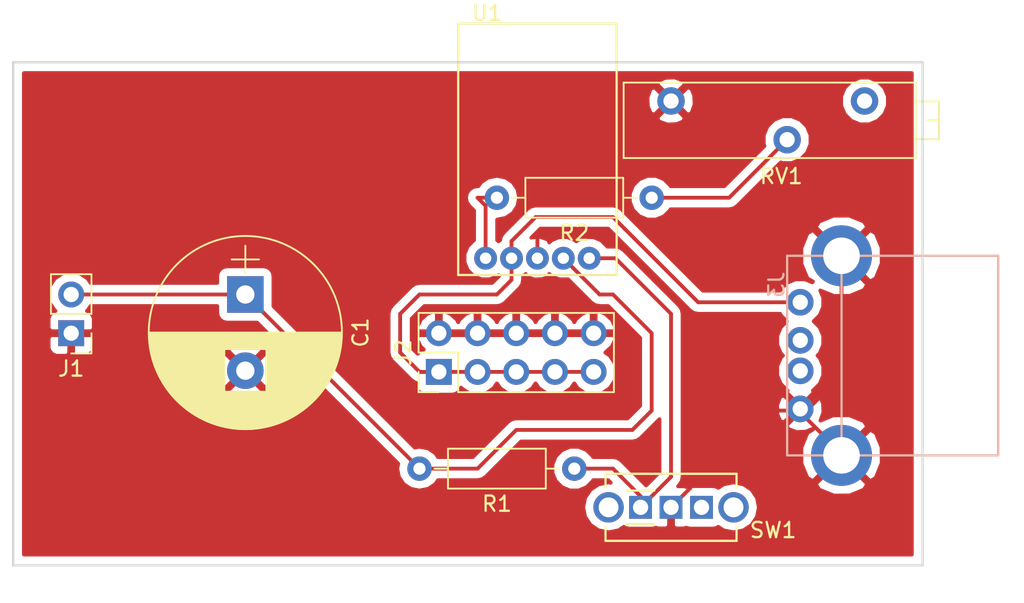
<source format=kicad_pcb>
(kicad_pcb (version 4) (host pcbnew 4.0.7)

  (general
    (links 25)
    (no_connects 0)
    (area 1.602381 167.235 69.115 207.135001)
    (thickness 1.6)
    (drawings 4)
    (tracks 63)
    (zones 0)
    (modules 9)
    (nets 10)
  )

  (page A4)
  (layers
    (0 F.Cu signal)
    (31 B.Cu signal)
    (32 B.Adhes user)
    (33 F.Adhes user)
    (34 B.Paste user)
    (35 F.Paste user)
    (36 B.SilkS user)
    (37 F.SilkS user)
    (38 B.Mask user)
    (39 F.Mask user)
    (40 Dwgs.User user)
    (41 Cmts.User user)
    (42 Eco1.User user)
    (43 Eco2.User user)
    (44 Edge.Cuts user)
    (45 Margin user)
    (46 B.CrtYd user)
    (47 F.CrtYd user)
    (48 B.Fab user)
    (49 F.Fab user)
  )

  (setup
    (last_trace_width 0.25)
    (trace_clearance 0.2)
    (zone_clearance 0.508)
    (zone_45_only no)
    (trace_min 0.2)
    (segment_width 0.2)
    (edge_width 0.15)
    (via_size 0.6)
    (via_drill 0.4)
    (via_min_size 0.4)
    (via_min_drill 0.3)
    (uvia_size 0.3)
    (uvia_drill 0.1)
    (uvias_allowed no)
    (uvia_min_size 0.2)
    (uvia_min_drill 0.1)
    (pcb_text_width 0.3)
    (pcb_text_size 1.5 1.5)
    (mod_edge_width 0.15)
    (mod_text_size 1 1)
    (mod_text_width 0.15)
    (pad_size 1.524 1.524)
    (pad_drill 0.762)
    (pad_to_mask_clearance 0.2)
    (aux_axis_origin 0 0)
    (visible_elements FFFFFF7F)
    (pcbplotparams
      (layerselection 0x00030_80000001)
      (usegerberextensions false)
      (excludeedgelayer true)
      (linewidth 0.100000)
      (plotframeref false)
      (viasonmask false)
      (mode 1)
      (useauxorigin false)
      (hpglpennumber 1)
      (hpglpenspeed 20)
      (hpglpendiameter 15)
      (hpglpenoverlay 2)
      (psnegative false)
      (psa4output false)
      (plotreference true)
      (plotvalue true)
      (plotinvisibletext false)
      (padsonsilk false)
      (subtractmaskfromsilk false)
      (outputformat 1)
      (mirror false)
      (drillshape 1)
      (scaleselection 1)
      (outputdirectory ""))
  )

  (net 0 "")
  (net 1 "Net-(C1-Pad1)")
  (net 2 "Net-(C1-Pad2)")
  (net 3 "Net-(J2-Pad1)")
  (net 4 "Net-(J3-Pad2)")
  (net 5 "Net-(J3-Pad3)")
  (net 6 "Net-(R1-Pad1)")
  (net 7 "Net-(R2-Pad1)")
  (net 8 "Net-(R2-Pad2)")
  (net 9 "Net-(RV1-Pad3)")

  (net_class Default "This is the default net class."
    (clearance 0.2)
    (trace_width 0.25)
    (via_dia 0.6)
    (via_drill 0.4)
    (uvia_dia 0.3)
    (uvia_drill 0.1)
    (add_net "Net-(C1-Pad1)")
    (add_net "Net-(C1-Pad2)")
    (add_net "Net-(J2-Pad1)")
    (add_net "Net-(J3-Pad2)")
    (add_net "Net-(J3-Pad3)")
    (add_net "Net-(R1-Pad1)")
    (add_net "Net-(R2-Pad1)")
    (add_net "Net-(R2-Pad2)")
    (add_net "Net-(RV1-Pad3)")
  )

  (module Resistors_THT:R_Axial_DIN0207_L6.3mm_D2.5mm_P10.16mm_Horizontal (layer F.Cu) (tedit 5874F706) (tstamp 5A9DCB5A)
    (at 44.45 180.34 180)
    (descr "Resistor, Axial_DIN0207 series, Axial, Horizontal, pin pitch=10.16mm, 0.25W = 1/4W, length*diameter=6.3*2.5mm^2, http://cdn-reichelt.de/documents/datenblatt/B400/1_4W%23YAG.pdf")
    (tags "Resistor Axial_DIN0207 series Axial Horizontal pin pitch 10.16mm 0.25W = 1/4W length 6.3mm diameter 2.5mm")
    (path /5A9DC907)
    (fp_text reference R2 (at 5.08 -2.31 180) (layer F.SilkS)
      (effects (font (size 1 1) (thickness 0.15)))
    )
    (fp_text value 240 (at 5.08 2.31 180) (layer F.Fab)
      (effects (font (size 1 1) (thickness 0.15)))
    )
    (fp_line (start 1.93 -1.25) (end 1.93 1.25) (layer F.Fab) (width 0.1))
    (fp_line (start 1.93 1.25) (end 8.23 1.25) (layer F.Fab) (width 0.1))
    (fp_line (start 8.23 1.25) (end 8.23 -1.25) (layer F.Fab) (width 0.1))
    (fp_line (start 8.23 -1.25) (end 1.93 -1.25) (layer F.Fab) (width 0.1))
    (fp_line (start 0 0) (end 1.93 0) (layer F.Fab) (width 0.1))
    (fp_line (start 10.16 0) (end 8.23 0) (layer F.Fab) (width 0.1))
    (fp_line (start 1.87 -1.31) (end 1.87 1.31) (layer F.SilkS) (width 0.12))
    (fp_line (start 1.87 1.31) (end 8.29 1.31) (layer F.SilkS) (width 0.12))
    (fp_line (start 8.29 1.31) (end 8.29 -1.31) (layer F.SilkS) (width 0.12))
    (fp_line (start 8.29 -1.31) (end 1.87 -1.31) (layer F.SilkS) (width 0.12))
    (fp_line (start 0.98 0) (end 1.87 0) (layer F.SilkS) (width 0.12))
    (fp_line (start 9.18 0) (end 8.29 0) (layer F.SilkS) (width 0.12))
    (fp_line (start -1.05 -1.6) (end -1.05 1.6) (layer F.CrtYd) (width 0.05))
    (fp_line (start -1.05 1.6) (end 11.25 1.6) (layer F.CrtYd) (width 0.05))
    (fp_line (start 11.25 1.6) (end 11.25 -1.6) (layer F.CrtYd) (width 0.05))
    (fp_line (start 11.25 -1.6) (end -1.05 -1.6) (layer F.CrtYd) (width 0.05))
    (pad 1 thru_hole circle (at 0 0 180) (size 1.6 1.6) (drill 0.8) (layers *.Cu *.Mask)
      (net 7 "Net-(R2-Pad1)"))
    (pad 2 thru_hole oval (at 10.16 0 180) (size 1.6 1.6) (drill 0.8) (layers *.Cu *.Mask)
      (net 8 "Net-(R2-Pad2)"))
    (model ${KISYS3DMOD}/Resistors_THT.3dshapes/R_Axial_DIN0207_L6.3mm_D2.5mm_P10.16mm_Horizontal.wrl
      (at (xyz 0 0 0))
      (scale (xyz 0.393701 0.393701 0.393701))
      (rotate (xyz 0 0 0))
    )
  )

  (module NSR:UE27ACX4X0X (layer B.Cu) (tedit 58B382B3) (tstamp 5A9DCB4E)
    (at 53.34 184.15 270)
    (path /5A9DC41A)
    (fp_text reference J3 (at 1.9 0.7 270) (layer B.SilkS)
      (effects (font (size 1 1) (thickness 0.15)) (justify mirror))
    )
    (fp_text value USB_A (at 5 -14.7 270) (layer B.Fab)
      (effects (font (size 1 1) (thickness 0.15)) (justify mirror))
    )
    (fp_line (start 0 -3.57) (end 13.1 -3.57) (layer B.SilkS) (width 0.15))
    (fp_line (start 0 0) (end 13.1 0) (layer B.SilkS) (width 0.15))
    (fp_line (start 13.1 0) (end 13.1 -13.85) (layer B.SilkS) (width 0.15))
    (fp_line (start 13.1 -13.85) (end 0 -13.85) (layer B.SilkS) (width 0.15))
    (fp_line (start 0 -13.85) (end 0 0) (layer B.SilkS) (width 0.15))
    (pad 5 thru_hole circle (at 0 -3.57 270) (size 4 4) (drill 2.4) (layers *.Cu *.Mask)
      (net 2 "Net-(C1-Pad2)"))
    (pad 5 thru_hole circle (at 13.1 -3.57 270) (size 4 4) (drill 2.4) (layers *.Cu *.Mask)
      (net 2 "Net-(C1-Pad2)"))
    (pad 1 thru_hole circle (at 3.05 -0.86 270) (size 1.75 1.75) (drill 1) (layers *.Cu *.Mask)
      (net 3 "Net-(J2-Pad1)"))
    (pad 2 thru_hole circle (at 5.55 -0.86 270) (size 1.75 1.75) (drill 1) (layers *.Cu *.Mask)
      (net 4 "Net-(J3-Pad2)"))
    (pad 3 thru_hole circle (at 7.55 -0.86 270) (size 1.75 1.75) (drill 1) (layers *.Cu *.Mask)
      (net 5 "Net-(J3-Pad3)"))
    (pad 4 thru_hole circle (at 10.05 -0.86 270) (size 1.75 1.75) (drill 1) (layers *.Cu *.Mask)
      (net 2 "Net-(C1-Pad2)"))
  )

  (module Pin_Headers:Pin_Header_Straight_2x05_Pitch2.54mm (layer F.Cu) (tedit 59650532) (tstamp 5A9DCB44)
    (at 30.48 191.77 90)
    (descr "Through hole straight pin header, 2x05, 2.54mm pitch, double rows")
    (tags "Through hole pin header THT 2x05 2.54mm double row")
    (path /5A9DC9F9)
    (fp_text reference J2 (at 1.27 -2.33 90) (layer F.SilkS)
      (effects (font (size 1 1) (thickness 0.15)))
    )
    (fp_text value Conn_02x05 (at 1.27 12.49 90) (layer F.Fab)
      (effects (font (size 1 1) (thickness 0.15)))
    )
    (fp_line (start 0 -1.27) (end 3.81 -1.27) (layer F.Fab) (width 0.1))
    (fp_line (start 3.81 -1.27) (end 3.81 11.43) (layer F.Fab) (width 0.1))
    (fp_line (start 3.81 11.43) (end -1.27 11.43) (layer F.Fab) (width 0.1))
    (fp_line (start -1.27 11.43) (end -1.27 0) (layer F.Fab) (width 0.1))
    (fp_line (start -1.27 0) (end 0 -1.27) (layer F.Fab) (width 0.1))
    (fp_line (start -1.33 11.49) (end 3.87 11.49) (layer F.SilkS) (width 0.12))
    (fp_line (start -1.33 1.27) (end -1.33 11.49) (layer F.SilkS) (width 0.12))
    (fp_line (start 3.87 -1.33) (end 3.87 11.49) (layer F.SilkS) (width 0.12))
    (fp_line (start -1.33 1.27) (end 1.27 1.27) (layer F.SilkS) (width 0.12))
    (fp_line (start 1.27 1.27) (end 1.27 -1.33) (layer F.SilkS) (width 0.12))
    (fp_line (start 1.27 -1.33) (end 3.87 -1.33) (layer F.SilkS) (width 0.12))
    (fp_line (start -1.33 0) (end -1.33 -1.33) (layer F.SilkS) (width 0.12))
    (fp_line (start -1.33 -1.33) (end 0 -1.33) (layer F.SilkS) (width 0.12))
    (fp_line (start -1.8 -1.8) (end -1.8 11.95) (layer F.CrtYd) (width 0.05))
    (fp_line (start -1.8 11.95) (end 4.35 11.95) (layer F.CrtYd) (width 0.05))
    (fp_line (start 4.35 11.95) (end 4.35 -1.8) (layer F.CrtYd) (width 0.05))
    (fp_line (start 4.35 -1.8) (end -1.8 -1.8) (layer F.CrtYd) (width 0.05))
    (fp_text user %R (at 1.27 5.08 180) (layer F.Fab)
      (effects (font (size 1 1) (thickness 0.15)))
    )
    (pad 1 thru_hole rect (at 0 0 90) (size 1.7 1.7) (drill 1) (layers *.Cu *.Mask)
      (net 3 "Net-(J2-Pad1)"))
    (pad 2 thru_hole oval (at 2.54 0 90) (size 1.7 1.7) (drill 1) (layers *.Cu *.Mask)
      (net 2 "Net-(C1-Pad2)"))
    (pad 3 thru_hole oval (at 0 2.54 90) (size 1.7 1.7) (drill 1) (layers *.Cu *.Mask)
      (net 3 "Net-(J2-Pad1)"))
    (pad 4 thru_hole oval (at 2.54 2.54 90) (size 1.7 1.7) (drill 1) (layers *.Cu *.Mask)
      (net 2 "Net-(C1-Pad2)"))
    (pad 5 thru_hole oval (at 0 5.08 90) (size 1.7 1.7) (drill 1) (layers *.Cu *.Mask)
      (net 3 "Net-(J2-Pad1)"))
    (pad 6 thru_hole oval (at 2.54 5.08 90) (size 1.7 1.7) (drill 1) (layers *.Cu *.Mask)
      (net 2 "Net-(C1-Pad2)"))
    (pad 7 thru_hole oval (at 0 7.62 90) (size 1.7 1.7) (drill 1) (layers *.Cu *.Mask)
      (net 3 "Net-(J2-Pad1)"))
    (pad 8 thru_hole oval (at 2.54 7.62 90) (size 1.7 1.7) (drill 1) (layers *.Cu *.Mask)
      (net 2 "Net-(C1-Pad2)"))
    (pad 9 thru_hole oval (at 0 10.16 90) (size 1.7 1.7) (drill 1) (layers *.Cu *.Mask)
      (net 3 "Net-(J2-Pad1)"))
    (pad 10 thru_hole oval (at 2.54 10.16 90) (size 1.7 1.7) (drill 1) (layers *.Cu *.Mask)
      (net 2 "Net-(C1-Pad2)"))
    (model ${KISYS3DMOD}/Pin_Headers.3dshapes/Pin_Header_Straight_2x05_Pitch2.54mm.wrl
      (at (xyz 0 0 0))
      (scale (xyz 1 1 1))
      (rotate (xyz 0 0 0))
    )
  )

  (module Capacitors_THT:CP_Radial_D12.5mm_P5.00mm (layer F.Cu) (tedit 597BC7C2) (tstamp 5A9DCB30)
    (at 17.78 186.69 270)
    (descr "CP, Radial series, Radial, pin pitch=5.00mm, , diameter=12.5mm, Electrolytic Capacitor")
    (tags "CP Radial series Radial pin pitch 5.00mm  diameter 12.5mm Electrolytic Capacitor")
    (path /5A9DC6EE)
    (fp_text reference C1 (at 2.5 -7.56 270) (layer F.SilkS)
      (effects (font (size 1 1) (thickness 0.15)))
    )
    (fp_text value 10u (at 2.5 7.56 270) (layer F.Fab)
      (effects (font (size 1 1) (thickness 0.15)))
    )
    (fp_circle (center 2.5 0) (end 8.75 0) (layer F.Fab) (width 0.1))
    (fp_circle (center 2.5 0) (end 8.84 0) (layer F.SilkS) (width 0.12))
    (fp_line (start -3.2 0) (end -1.4 0) (layer F.Fab) (width 0.1))
    (fp_line (start -2.3 -0.9) (end -2.3 0.9) (layer F.Fab) (width 0.1))
    (fp_line (start 2.5 -6.3) (end 2.5 6.3) (layer F.SilkS) (width 0.12))
    (fp_line (start 2.54 -6.3) (end 2.54 6.3) (layer F.SilkS) (width 0.12))
    (fp_line (start 2.58 -6.3) (end 2.58 6.3) (layer F.SilkS) (width 0.12))
    (fp_line (start 2.62 -6.299) (end 2.62 6.299) (layer F.SilkS) (width 0.12))
    (fp_line (start 2.66 -6.298) (end 2.66 6.298) (layer F.SilkS) (width 0.12))
    (fp_line (start 2.7 -6.297) (end 2.7 6.297) (layer F.SilkS) (width 0.12))
    (fp_line (start 2.74 -6.296) (end 2.74 6.296) (layer F.SilkS) (width 0.12))
    (fp_line (start 2.78 -6.294) (end 2.78 6.294) (layer F.SilkS) (width 0.12))
    (fp_line (start 2.82 -6.292) (end 2.82 6.292) (layer F.SilkS) (width 0.12))
    (fp_line (start 2.86 -6.29) (end 2.86 6.29) (layer F.SilkS) (width 0.12))
    (fp_line (start 2.9 -6.288) (end 2.9 6.288) (layer F.SilkS) (width 0.12))
    (fp_line (start 2.94 -6.285) (end 2.94 6.285) (layer F.SilkS) (width 0.12))
    (fp_line (start 2.98 -6.282) (end 2.98 6.282) (layer F.SilkS) (width 0.12))
    (fp_line (start 3.02 -6.279) (end 3.02 6.279) (layer F.SilkS) (width 0.12))
    (fp_line (start 3.06 -6.276) (end 3.06 6.276) (layer F.SilkS) (width 0.12))
    (fp_line (start 3.1 -6.272) (end 3.1 6.272) (layer F.SilkS) (width 0.12))
    (fp_line (start 3.14 -6.268) (end 3.14 6.268) (layer F.SilkS) (width 0.12))
    (fp_line (start 3.18 -6.264) (end 3.18 6.264) (layer F.SilkS) (width 0.12))
    (fp_line (start 3.221 -6.259) (end 3.221 6.259) (layer F.SilkS) (width 0.12))
    (fp_line (start 3.261 -6.255) (end 3.261 6.255) (layer F.SilkS) (width 0.12))
    (fp_line (start 3.301 -6.25) (end 3.301 6.25) (layer F.SilkS) (width 0.12))
    (fp_line (start 3.341 -6.245) (end 3.341 6.245) (layer F.SilkS) (width 0.12))
    (fp_line (start 3.381 -6.239) (end 3.381 6.239) (layer F.SilkS) (width 0.12))
    (fp_line (start 3.421 -6.233) (end 3.421 6.233) (layer F.SilkS) (width 0.12))
    (fp_line (start 3.461 -6.227) (end 3.461 6.227) (layer F.SilkS) (width 0.12))
    (fp_line (start 3.501 -6.221) (end 3.501 6.221) (layer F.SilkS) (width 0.12))
    (fp_line (start 3.541 -6.215) (end 3.541 6.215) (layer F.SilkS) (width 0.12))
    (fp_line (start 3.581 -6.208) (end 3.581 6.208) (layer F.SilkS) (width 0.12))
    (fp_line (start 3.621 -6.201) (end 3.621 -1.38) (layer F.SilkS) (width 0.12))
    (fp_line (start 3.621 1.38) (end 3.621 6.201) (layer F.SilkS) (width 0.12))
    (fp_line (start 3.661 -6.193) (end 3.661 -1.38) (layer F.SilkS) (width 0.12))
    (fp_line (start 3.661 1.38) (end 3.661 6.193) (layer F.SilkS) (width 0.12))
    (fp_line (start 3.701 -6.186) (end 3.701 -1.38) (layer F.SilkS) (width 0.12))
    (fp_line (start 3.701 1.38) (end 3.701 6.186) (layer F.SilkS) (width 0.12))
    (fp_line (start 3.741 -6.178) (end 3.741 -1.38) (layer F.SilkS) (width 0.12))
    (fp_line (start 3.741 1.38) (end 3.741 6.178) (layer F.SilkS) (width 0.12))
    (fp_line (start 3.781 -6.17) (end 3.781 -1.38) (layer F.SilkS) (width 0.12))
    (fp_line (start 3.781 1.38) (end 3.781 6.17) (layer F.SilkS) (width 0.12))
    (fp_line (start 3.821 -6.162) (end 3.821 -1.38) (layer F.SilkS) (width 0.12))
    (fp_line (start 3.821 1.38) (end 3.821 6.162) (layer F.SilkS) (width 0.12))
    (fp_line (start 3.861 -6.153) (end 3.861 -1.38) (layer F.SilkS) (width 0.12))
    (fp_line (start 3.861 1.38) (end 3.861 6.153) (layer F.SilkS) (width 0.12))
    (fp_line (start 3.901 -6.144) (end 3.901 -1.38) (layer F.SilkS) (width 0.12))
    (fp_line (start 3.901 1.38) (end 3.901 6.144) (layer F.SilkS) (width 0.12))
    (fp_line (start 3.941 -6.135) (end 3.941 -1.38) (layer F.SilkS) (width 0.12))
    (fp_line (start 3.941 1.38) (end 3.941 6.135) (layer F.SilkS) (width 0.12))
    (fp_line (start 3.981 -6.125) (end 3.981 -1.38) (layer F.SilkS) (width 0.12))
    (fp_line (start 3.981 1.38) (end 3.981 6.125) (layer F.SilkS) (width 0.12))
    (fp_line (start 4.021 -6.116) (end 4.021 -1.38) (layer F.SilkS) (width 0.12))
    (fp_line (start 4.021 1.38) (end 4.021 6.116) (layer F.SilkS) (width 0.12))
    (fp_line (start 4.061 -6.106) (end 4.061 -1.38) (layer F.SilkS) (width 0.12))
    (fp_line (start 4.061 1.38) (end 4.061 6.106) (layer F.SilkS) (width 0.12))
    (fp_line (start 4.101 -6.095) (end 4.101 -1.38) (layer F.SilkS) (width 0.12))
    (fp_line (start 4.101 1.38) (end 4.101 6.095) (layer F.SilkS) (width 0.12))
    (fp_line (start 4.141 -6.085) (end 4.141 -1.38) (layer F.SilkS) (width 0.12))
    (fp_line (start 4.141 1.38) (end 4.141 6.085) (layer F.SilkS) (width 0.12))
    (fp_line (start 4.181 -6.074) (end 4.181 -1.38) (layer F.SilkS) (width 0.12))
    (fp_line (start 4.181 1.38) (end 4.181 6.074) (layer F.SilkS) (width 0.12))
    (fp_line (start 4.221 -6.063) (end 4.221 -1.38) (layer F.SilkS) (width 0.12))
    (fp_line (start 4.221 1.38) (end 4.221 6.063) (layer F.SilkS) (width 0.12))
    (fp_line (start 4.261 -6.051) (end 4.261 -1.38) (layer F.SilkS) (width 0.12))
    (fp_line (start 4.261 1.38) (end 4.261 6.051) (layer F.SilkS) (width 0.12))
    (fp_line (start 4.301 -6.04) (end 4.301 -1.38) (layer F.SilkS) (width 0.12))
    (fp_line (start 4.301 1.38) (end 4.301 6.04) (layer F.SilkS) (width 0.12))
    (fp_line (start 4.341 -6.028) (end 4.341 -1.38) (layer F.SilkS) (width 0.12))
    (fp_line (start 4.341 1.38) (end 4.341 6.028) (layer F.SilkS) (width 0.12))
    (fp_line (start 4.381 -6.015) (end 4.381 -1.38) (layer F.SilkS) (width 0.12))
    (fp_line (start 4.381 1.38) (end 4.381 6.015) (layer F.SilkS) (width 0.12))
    (fp_line (start 4.421 -6.003) (end 4.421 -1.38) (layer F.SilkS) (width 0.12))
    (fp_line (start 4.421 1.38) (end 4.421 6.003) (layer F.SilkS) (width 0.12))
    (fp_line (start 4.461 -5.99) (end 4.461 -1.38) (layer F.SilkS) (width 0.12))
    (fp_line (start 4.461 1.38) (end 4.461 5.99) (layer F.SilkS) (width 0.12))
    (fp_line (start 4.501 -5.977) (end 4.501 -1.38) (layer F.SilkS) (width 0.12))
    (fp_line (start 4.501 1.38) (end 4.501 5.977) (layer F.SilkS) (width 0.12))
    (fp_line (start 4.541 -5.963) (end 4.541 -1.38) (layer F.SilkS) (width 0.12))
    (fp_line (start 4.541 1.38) (end 4.541 5.963) (layer F.SilkS) (width 0.12))
    (fp_line (start 4.581 -5.95) (end 4.581 -1.38) (layer F.SilkS) (width 0.12))
    (fp_line (start 4.581 1.38) (end 4.581 5.95) (layer F.SilkS) (width 0.12))
    (fp_line (start 4.621 -5.936) (end 4.621 -1.38) (layer F.SilkS) (width 0.12))
    (fp_line (start 4.621 1.38) (end 4.621 5.936) (layer F.SilkS) (width 0.12))
    (fp_line (start 4.661 -5.921) (end 4.661 -1.38) (layer F.SilkS) (width 0.12))
    (fp_line (start 4.661 1.38) (end 4.661 5.921) (layer F.SilkS) (width 0.12))
    (fp_line (start 4.701 -5.907) (end 4.701 -1.38) (layer F.SilkS) (width 0.12))
    (fp_line (start 4.701 1.38) (end 4.701 5.907) (layer F.SilkS) (width 0.12))
    (fp_line (start 4.741 -5.892) (end 4.741 -1.38) (layer F.SilkS) (width 0.12))
    (fp_line (start 4.741 1.38) (end 4.741 5.892) (layer F.SilkS) (width 0.12))
    (fp_line (start 4.781 -5.876) (end 4.781 -1.38) (layer F.SilkS) (width 0.12))
    (fp_line (start 4.781 1.38) (end 4.781 5.876) (layer F.SilkS) (width 0.12))
    (fp_line (start 4.821 -5.861) (end 4.821 -1.38) (layer F.SilkS) (width 0.12))
    (fp_line (start 4.821 1.38) (end 4.821 5.861) (layer F.SilkS) (width 0.12))
    (fp_line (start 4.861 -5.845) (end 4.861 -1.38) (layer F.SilkS) (width 0.12))
    (fp_line (start 4.861 1.38) (end 4.861 5.845) (layer F.SilkS) (width 0.12))
    (fp_line (start 4.901 -5.829) (end 4.901 -1.38) (layer F.SilkS) (width 0.12))
    (fp_line (start 4.901 1.38) (end 4.901 5.829) (layer F.SilkS) (width 0.12))
    (fp_line (start 4.941 -5.812) (end 4.941 -1.38) (layer F.SilkS) (width 0.12))
    (fp_line (start 4.941 1.38) (end 4.941 5.812) (layer F.SilkS) (width 0.12))
    (fp_line (start 4.981 -5.795) (end 4.981 -1.38) (layer F.SilkS) (width 0.12))
    (fp_line (start 4.981 1.38) (end 4.981 5.795) (layer F.SilkS) (width 0.12))
    (fp_line (start 5.021 -5.778) (end 5.021 -1.38) (layer F.SilkS) (width 0.12))
    (fp_line (start 5.021 1.38) (end 5.021 5.778) (layer F.SilkS) (width 0.12))
    (fp_line (start 5.061 -5.761) (end 5.061 -1.38) (layer F.SilkS) (width 0.12))
    (fp_line (start 5.061 1.38) (end 5.061 5.761) (layer F.SilkS) (width 0.12))
    (fp_line (start 5.101 -5.743) (end 5.101 -1.38) (layer F.SilkS) (width 0.12))
    (fp_line (start 5.101 1.38) (end 5.101 5.743) (layer F.SilkS) (width 0.12))
    (fp_line (start 5.141 -5.725) (end 5.141 -1.38) (layer F.SilkS) (width 0.12))
    (fp_line (start 5.141 1.38) (end 5.141 5.725) (layer F.SilkS) (width 0.12))
    (fp_line (start 5.181 -5.706) (end 5.181 -1.38) (layer F.SilkS) (width 0.12))
    (fp_line (start 5.181 1.38) (end 5.181 5.706) (layer F.SilkS) (width 0.12))
    (fp_line (start 5.221 -5.687) (end 5.221 -1.38) (layer F.SilkS) (width 0.12))
    (fp_line (start 5.221 1.38) (end 5.221 5.687) (layer F.SilkS) (width 0.12))
    (fp_line (start 5.261 -5.668) (end 5.261 -1.38) (layer F.SilkS) (width 0.12))
    (fp_line (start 5.261 1.38) (end 5.261 5.668) (layer F.SilkS) (width 0.12))
    (fp_line (start 5.301 -5.649) (end 5.301 -1.38) (layer F.SilkS) (width 0.12))
    (fp_line (start 5.301 1.38) (end 5.301 5.649) (layer F.SilkS) (width 0.12))
    (fp_line (start 5.341 -5.629) (end 5.341 -1.38) (layer F.SilkS) (width 0.12))
    (fp_line (start 5.341 1.38) (end 5.341 5.629) (layer F.SilkS) (width 0.12))
    (fp_line (start 5.381 -5.609) (end 5.381 -1.38) (layer F.SilkS) (width 0.12))
    (fp_line (start 5.381 1.38) (end 5.381 5.609) (layer F.SilkS) (width 0.12))
    (fp_line (start 5.421 -5.588) (end 5.421 -1.38) (layer F.SilkS) (width 0.12))
    (fp_line (start 5.421 1.38) (end 5.421 5.588) (layer F.SilkS) (width 0.12))
    (fp_line (start 5.461 -5.567) (end 5.461 -1.38) (layer F.SilkS) (width 0.12))
    (fp_line (start 5.461 1.38) (end 5.461 5.567) (layer F.SilkS) (width 0.12))
    (fp_line (start 5.501 -5.546) (end 5.501 -1.38) (layer F.SilkS) (width 0.12))
    (fp_line (start 5.501 1.38) (end 5.501 5.546) (layer F.SilkS) (width 0.12))
    (fp_line (start 5.541 -5.524) (end 5.541 -1.38) (layer F.SilkS) (width 0.12))
    (fp_line (start 5.541 1.38) (end 5.541 5.524) (layer F.SilkS) (width 0.12))
    (fp_line (start 5.581 -5.502) (end 5.581 -1.38) (layer F.SilkS) (width 0.12))
    (fp_line (start 5.581 1.38) (end 5.581 5.502) (layer F.SilkS) (width 0.12))
    (fp_line (start 5.621 -5.48) (end 5.621 -1.38) (layer F.SilkS) (width 0.12))
    (fp_line (start 5.621 1.38) (end 5.621 5.48) (layer F.SilkS) (width 0.12))
    (fp_line (start 5.661 -5.457) (end 5.661 -1.38) (layer F.SilkS) (width 0.12))
    (fp_line (start 5.661 1.38) (end 5.661 5.457) (layer F.SilkS) (width 0.12))
    (fp_line (start 5.701 -5.434) (end 5.701 -1.38) (layer F.SilkS) (width 0.12))
    (fp_line (start 5.701 1.38) (end 5.701 5.434) (layer F.SilkS) (width 0.12))
    (fp_line (start 5.741 -5.41) (end 5.741 -1.38) (layer F.SilkS) (width 0.12))
    (fp_line (start 5.741 1.38) (end 5.741 5.41) (layer F.SilkS) (width 0.12))
    (fp_line (start 5.781 -5.386) (end 5.781 -1.38) (layer F.SilkS) (width 0.12))
    (fp_line (start 5.781 1.38) (end 5.781 5.386) (layer F.SilkS) (width 0.12))
    (fp_line (start 5.821 -5.362) (end 5.821 -1.38) (layer F.SilkS) (width 0.12))
    (fp_line (start 5.821 1.38) (end 5.821 5.362) (layer F.SilkS) (width 0.12))
    (fp_line (start 5.861 -5.337) (end 5.861 -1.38) (layer F.SilkS) (width 0.12))
    (fp_line (start 5.861 1.38) (end 5.861 5.337) (layer F.SilkS) (width 0.12))
    (fp_line (start 5.901 -5.312) (end 5.901 -1.38) (layer F.SilkS) (width 0.12))
    (fp_line (start 5.901 1.38) (end 5.901 5.312) (layer F.SilkS) (width 0.12))
    (fp_line (start 5.941 -5.286) (end 5.941 -1.38) (layer F.SilkS) (width 0.12))
    (fp_line (start 5.941 1.38) (end 5.941 5.286) (layer F.SilkS) (width 0.12))
    (fp_line (start 5.981 -5.26) (end 5.981 -1.38) (layer F.SilkS) (width 0.12))
    (fp_line (start 5.981 1.38) (end 5.981 5.26) (layer F.SilkS) (width 0.12))
    (fp_line (start 6.021 -5.234) (end 6.021 -1.38) (layer F.SilkS) (width 0.12))
    (fp_line (start 6.021 1.38) (end 6.021 5.234) (layer F.SilkS) (width 0.12))
    (fp_line (start 6.061 -5.207) (end 6.061 -1.38) (layer F.SilkS) (width 0.12))
    (fp_line (start 6.061 1.38) (end 6.061 5.207) (layer F.SilkS) (width 0.12))
    (fp_line (start 6.101 -5.179) (end 6.101 -1.38) (layer F.SilkS) (width 0.12))
    (fp_line (start 6.101 1.38) (end 6.101 5.179) (layer F.SilkS) (width 0.12))
    (fp_line (start 6.141 -5.151) (end 6.141 -1.38) (layer F.SilkS) (width 0.12))
    (fp_line (start 6.141 1.38) (end 6.141 5.151) (layer F.SilkS) (width 0.12))
    (fp_line (start 6.181 -5.123) (end 6.181 -1.38) (layer F.SilkS) (width 0.12))
    (fp_line (start 6.181 1.38) (end 6.181 5.123) (layer F.SilkS) (width 0.12))
    (fp_line (start 6.221 -5.094) (end 6.221 -1.38) (layer F.SilkS) (width 0.12))
    (fp_line (start 6.221 1.38) (end 6.221 5.094) (layer F.SilkS) (width 0.12))
    (fp_line (start 6.261 -5.065) (end 6.261 -1.38) (layer F.SilkS) (width 0.12))
    (fp_line (start 6.261 1.38) (end 6.261 5.065) (layer F.SilkS) (width 0.12))
    (fp_line (start 6.301 -5.035) (end 6.301 -1.38) (layer F.SilkS) (width 0.12))
    (fp_line (start 6.301 1.38) (end 6.301 5.035) (layer F.SilkS) (width 0.12))
    (fp_line (start 6.341 -5.005) (end 6.341 -1.38) (layer F.SilkS) (width 0.12))
    (fp_line (start 6.341 1.38) (end 6.341 5.005) (layer F.SilkS) (width 0.12))
    (fp_line (start 6.381 -4.975) (end 6.381 4.975) (layer F.SilkS) (width 0.12))
    (fp_line (start 6.421 -4.943) (end 6.421 4.943) (layer F.SilkS) (width 0.12))
    (fp_line (start 6.461 -4.912) (end 6.461 4.912) (layer F.SilkS) (width 0.12))
    (fp_line (start 6.501 -4.879) (end 6.501 4.879) (layer F.SilkS) (width 0.12))
    (fp_line (start 6.541 -4.847) (end 6.541 4.847) (layer F.SilkS) (width 0.12))
    (fp_line (start 6.581 -4.813) (end 6.581 4.813) (layer F.SilkS) (width 0.12))
    (fp_line (start 6.621 -4.779) (end 6.621 4.779) (layer F.SilkS) (width 0.12))
    (fp_line (start 6.661 -4.745) (end 6.661 4.745) (layer F.SilkS) (width 0.12))
    (fp_line (start 6.701 -4.71) (end 6.701 4.71) (layer F.SilkS) (width 0.12))
    (fp_line (start 6.741 -4.674) (end 6.741 4.674) (layer F.SilkS) (width 0.12))
    (fp_line (start 6.781 -4.638) (end 6.781 4.638) (layer F.SilkS) (width 0.12))
    (fp_line (start 6.821 -4.601) (end 6.821 4.601) (layer F.SilkS) (width 0.12))
    (fp_line (start 6.861 -4.563) (end 6.861 4.563) (layer F.SilkS) (width 0.12))
    (fp_line (start 6.901 -4.525) (end 6.901 4.525) (layer F.SilkS) (width 0.12))
    (fp_line (start 6.941 -4.486) (end 6.941 4.486) (layer F.SilkS) (width 0.12))
    (fp_line (start 6.981 -4.447) (end 6.981 4.447) (layer F.SilkS) (width 0.12))
    (fp_line (start 7.021 -4.406) (end 7.021 4.406) (layer F.SilkS) (width 0.12))
    (fp_line (start 7.061 -4.365) (end 7.061 4.365) (layer F.SilkS) (width 0.12))
    (fp_line (start 7.101 -4.323) (end 7.101 4.323) (layer F.SilkS) (width 0.12))
    (fp_line (start 7.141 -4.281) (end 7.141 4.281) (layer F.SilkS) (width 0.12))
    (fp_line (start 7.181 -4.238) (end 7.181 4.238) (layer F.SilkS) (width 0.12))
    (fp_line (start 7.221 -4.193) (end 7.221 4.193) (layer F.SilkS) (width 0.12))
    (fp_line (start 7.261 -4.148) (end 7.261 4.148) (layer F.SilkS) (width 0.12))
    (fp_line (start 7.301 -4.102) (end 7.301 4.102) (layer F.SilkS) (width 0.12))
    (fp_line (start 7.341 -4.056) (end 7.341 4.056) (layer F.SilkS) (width 0.12))
    (fp_line (start 7.381 -4.008) (end 7.381 4.008) (layer F.SilkS) (width 0.12))
    (fp_line (start 7.421 -3.959) (end 7.421 3.959) (layer F.SilkS) (width 0.12))
    (fp_line (start 7.461 -3.909) (end 7.461 3.909) (layer F.SilkS) (width 0.12))
    (fp_line (start 7.501 -3.859) (end 7.501 3.859) (layer F.SilkS) (width 0.12))
    (fp_line (start 7.541 -3.807) (end 7.541 3.807) (layer F.SilkS) (width 0.12))
    (fp_line (start 7.581 -3.754) (end 7.581 3.754) (layer F.SilkS) (width 0.12))
    (fp_line (start 7.621 -3.7) (end 7.621 3.7) (layer F.SilkS) (width 0.12))
    (fp_line (start 7.661 -3.644) (end 7.661 3.644) (layer F.SilkS) (width 0.12))
    (fp_line (start 7.701 -3.588) (end 7.701 3.588) (layer F.SilkS) (width 0.12))
    (fp_line (start 7.741 -3.53) (end 7.741 3.53) (layer F.SilkS) (width 0.12))
    (fp_line (start 7.781 -3.47) (end 7.781 3.47) (layer F.SilkS) (width 0.12))
    (fp_line (start 7.821 -3.409) (end 7.821 3.409) (layer F.SilkS) (width 0.12))
    (fp_line (start 7.861 -3.347) (end 7.861 3.347) (layer F.SilkS) (width 0.12))
    (fp_line (start 7.901 -3.282) (end 7.901 3.282) (layer F.SilkS) (width 0.12))
    (fp_line (start 7.941 -3.217) (end 7.941 3.217) (layer F.SilkS) (width 0.12))
    (fp_line (start 7.981 -3.149) (end 7.981 3.149) (layer F.SilkS) (width 0.12))
    (fp_line (start 8.021 -3.079) (end 8.021 3.079) (layer F.SilkS) (width 0.12))
    (fp_line (start 8.061 -3.007) (end 8.061 3.007) (layer F.SilkS) (width 0.12))
    (fp_line (start 8.101 -2.933) (end 8.101 2.933) (layer F.SilkS) (width 0.12))
    (fp_line (start 8.141 -2.856) (end 8.141 2.856) (layer F.SilkS) (width 0.12))
    (fp_line (start 8.181 -2.777) (end 8.181 2.777) (layer F.SilkS) (width 0.12))
    (fp_line (start 8.221 -2.695) (end 8.221 2.695) (layer F.SilkS) (width 0.12))
    (fp_line (start 8.261 -2.61) (end 8.261 2.61) (layer F.SilkS) (width 0.12))
    (fp_line (start 8.301 -2.521) (end 8.301 2.521) (layer F.SilkS) (width 0.12))
    (fp_line (start 8.341 -2.428) (end 8.341 2.428) (layer F.SilkS) (width 0.12))
    (fp_line (start 8.381 -2.331) (end 8.381 2.331) (layer F.SilkS) (width 0.12))
    (fp_line (start 8.421 -2.23) (end 8.421 2.23) (layer F.SilkS) (width 0.12))
    (fp_line (start 8.461 -2.122) (end 8.461 2.122) (layer F.SilkS) (width 0.12))
    (fp_line (start 8.501 -2.009) (end 8.501 2.009) (layer F.SilkS) (width 0.12))
    (fp_line (start 8.541 -1.888) (end 8.541 1.888) (layer F.SilkS) (width 0.12))
    (fp_line (start 8.581 -1.757) (end 8.581 1.757) (layer F.SilkS) (width 0.12))
    (fp_line (start 8.621 -1.616) (end 8.621 1.616) (layer F.SilkS) (width 0.12))
    (fp_line (start 8.661 -1.46) (end 8.661 1.46) (layer F.SilkS) (width 0.12))
    (fp_line (start 8.701 -1.285) (end 8.701 1.285) (layer F.SilkS) (width 0.12))
    (fp_line (start 8.741 -1.082) (end 8.741 1.082) (layer F.SilkS) (width 0.12))
    (fp_line (start 8.781 -0.831) (end 8.781 0.831) (layer F.SilkS) (width 0.12))
    (fp_line (start 8.821 -0.464) (end 8.821 0.464) (layer F.SilkS) (width 0.12))
    (fp_line (start -3.2 0) (end -1.4 0) (layer F.SilkS) (width 0.12))
    (fp_line (start -2.3 -0.9) (end -2.3 0.9) (layer F.SilkS) (width 0.12))
    (fp_line (start -4.1 -6.6) (end -4.1 6.6) (layer F.CrtYd) (width 0.05))
    (fp_line (start -4.1 6.6) (end 9.1 6.6) (layer F.CrtYd) (width 0.05))
    (fp_line (start 9.1 6.6) (end 9.1 -6.6) (layer F.CrtYd) (width 0.05))
    (fp_line (start 9.1 -6.6) (end -4.1 -6.6) (layer F.CrtYd) (width 0.05))
    (fp_text user %R (at 2.5 0 270) (layer F.Fab)
      (effects (font (size 1 1) (thickness 0.15)))
    )
    (pad 1 thru_hole rect (at 0 0 270) (size 2.4 2.4) (drill 1.2) (layers *.Cu *.Mask)
      (net 1 "Net-(C1-Pad1)"))
    (pad 2 thru_hole circle (at 5 0 270) (size 2.4 2.4) (drill 1.2) (layers *.Cu *.Mask)
      (net 2 "Net-(C1-Pad2)"))
    (model ${KISYS3DMOD}/Capacitors_THT.3dshapes/CP_Radial_D12.5mm_P5.00mm.wrl
      (at (xyz 0 0 0))
      (scale (xyz 1 1 1))
      (rotate (xyz 0 0 0))
    )
  )

  (module Pin_Headers:Pin_Header_Straight_1x02_Pitch2.54mm (layer F.Cu) (tedit 59650532) (tstamp 5A9DCB36)
    (at 6.35 189.23 180)
    (descr "Through hole straight pin header, 1x02, 2.54mm pitch, single row")
    (tags "Through hole pin header THT 1x02 2.54mm single row")
    (path /5A9DC984)
    (fp_text reference J1 (at 0 -2.33 180) (layer F.SilkS)
      (effects (font (size 1 1) (thickness 0.15)))
    )
    (fp_text value Conn_01x02 (at 0 4.87 180) (layer F.Fab)
      (effects (font (size 1 1) (thickness 0.15)))
    )
    (fp_line (start -0.635 -1.27) (end 1.27 -1.27) (layer F.Fab) (width 0.1))
    (fp_line (start 1.27 -1.27) (end 1.27 3.81) (layer F.Fab) (width 0.1))
    (fp_line (start 1.27 3.81) (end -1.27 3.81) (layer F.Fab) (width 0.1))
    (fp_line (start -1.27 3.81) (end -1.27 -0.635) (layer F.Fab) (width 0.1))
    (fp_line (start -1.27 -0.635) (end -0.635 -1.27) (layer F.Fab) (width 0.1))
    (fp_line (start -1.33 3.87) (end 1.33 3.87) (layer F.SilkS) (width 0.12))
    (fp_line (start -1.33 1.27) (end -1.33 3.87) (layer F.SilkS) (width 0.12))
    (fp_line (start 1.33 1.27) (end 1.33 3.87) (layer F.SilkS) (width 0.12))
    (fp_line (start -1.33 1.27) (end 1.33 1.27) (layer F.SilkS) (width 0.12))
    (fp_line (start -1.33 0) (end -1.33 -1.33) (layer F.SilkS) (width 0.12))
    (fp_line (start -1.33 -1.33) (end 0 -1.33) (layer F.SilkS) (width 0.12))
    (fp_line (start -1.8 -1.8) (end -1.8 4.35) (layer F.CrtYd) (width 0.05))
    (fp_line (start -1.8 4.35) (end 1.8 4.35) (layer F.CrtYd) (width 0.05))
    (fp_line (start 1.8 4.35) (end 1.8 -1.8) (layer F.CrtYd) (width 0.05))
    (fp_line (start 1.8 -1.8) (end -1.8 -1.8) (layer F.CrtYd) (width 0.05))
    (fp_text user %R (at 0 1.27 270) (layer F.Fab)
      (effects (font (size 1 1) (thickness 0.15)))
    )
    (pad 1 thru_hole rect (at 0 0 180) (size 1.7 1.7) (drill 1) (layers *.Cu *.Mask)
      (net 2 "Net-(C1-Pad2)"))
    (pad 2 thru_hole oval (at 0 2.54 180) (size 1.7 1.7) (drill 1) (layers *.Cu *.Mask)
      (net 1 "Net-(C1-Pad1)"))
    (model ${KISYS3DMOD}/Pin_Headers.3dshapes/Pin_Header_Straight_1x02_Pitch2.54mm.wrl
      (at (xyz 0 0 0))
      (scale (xyz 1 1 1))
      (rotate (xyz 0 0 0))
    )
  )

  (module Resistors_THT:R_Axial_DIN0207_L6.3mm_D2.5mm_P10.16mm_Horizontal (layer F.Cu) (tedit 5874F706) (tstamp 5A9DCB54)
    (at 39.37 198.12 180)
    (descr "Resistor, Axial_DIN0207 series, Axial, Horizontal, pin pitch=10.16mm, 0.25W = 1/4W, length*diameter=6.3*2.5mm^2, http://cdn-reichelt.de/documents/datenblatt/B400/1_4W%23YAG.pdf")
    (tags "Resistor Axial_DIN0207 series Axial Horizontal pin pitch 10.16mm 0.25W = 1/4W length 6.3mm diameter 2.5mm")
    (path /5A9DCFBC)
    (fp_text reference R1 (at 5.08 -2.31 180) (layer F.SilkS)
      (effects (font (size 1 1) (thickness 0.15)))
    )
    (fp_text value 10M (at 5.08 2.31 180) (layer F.Fab)
      (effects (font (size 1 1) (thickness 0.15)))
    )
    (fp_line (start 1.93 -1.25) (end 1.93 1.25) (layer F.Fab) (width 0.1))
    (fp_line (start 1.93 1.25) (end 8.23 1.25) (layer F.Fab) (width 0.1))
    (fp_line (start 8.23 1.25) (end 8.23 -1.25) (layer F.Fab) (width 0.1))
    (fp_line (start 8.23 -1.25) (end 1.93 -1.25) (layer F.Fab) (width 0.1))
    (fp_line (start 0 0) (end 1.93 0) (layer F.Fab) (width 0.1))
    (fp_line (start 10.16 0) (end 8.23 0) (layer F.Fab) (width 0.1))
    (fp_line (start 1.87 -1.31) (end 1.87 1.31) (layer F.SilkS) (width 0.12))
    (fp_line (start 1.87 1.31) (end 8.29 1.31) (layer F.SilkS) (width 0.12))
    (fp_line (start 8.29 1.31) (end 8.29 -1.31) (layer F.SilkS) (width 0.12))
    (fp_line (start 8.29 -1.31) (end 1.87 -1.31) (layer F.SilkS) (width 0.12))
    (fp_line (start 0.98 0) (end 1.87 0) (layer F.SilkS) (width 0.12))
    (fp_line (start 9.18 0) (end 8.29 0) (layer F.SilkS) (width 0.12))
    (fp_line (start -1.05 -1.6) (end -1.05 1.6) (layer F.CrtYd) (width 0.05))
    (fp_line (start -1.05 1.6) (end 11.25 1.6) (layer F.CrtYd) (width 0.05))
    (fp_line (start 11.25 1.6) (end 11.25 -1.6) (layer F.CrtYd) (width 0.05))
    (fp_line (start 11.25 -1.6) (end -1.05 -1.6) (layer F.CrtYd) (width 0.05))
    (pad 1 thru_hole circle (at 0 0 180) (size 1.6 1.6) (drill 0.8) (layers *.Cu *.Mask)
      (net 6 "Net-(R1-Pad1)"))
    (pad 2 thru_hole oval (at 10.16 0 180) (size 1.6 1.6) (drill 0.8) (layers *.Cu *.Mask)
      (net 1 "Net-(C1-Pad1)"))
    (model ${KISYS3DMOD}/Resistors_THT.3dshapes/R_Axial_DIN0207_L6.3mm_D2.5mm_P10.16mm_Horizontal.wrl
      (at (xyz 0 0 0))
      (scale (xyz 0.393701 0.393701 0.393701))
      (rotate (xyz 0 0 0))
    )
  )

  (module Potentiometers:Potentiometer_Trimmer_Bourns_3006P (layer F.Cu) (tedit 58826B0A) (tstamp 5A9DCB61)
    (at 45.72 173.99 180)
    (descr "Spindle Trimmer Potentiometer, Bourns 3006P, http://www.bourns.com/docs/Product-Datasheets/3006.pdf?sfvrsn=0")
    (tags "Spindle Trimmer Potentiometer   Bourns 3006P")
    (path /5A9DC48D)
    (fp_text reference RV1 (at -7.235 -4.935 180) (layer F.SilkS)
      (effects (font (size 1 1) (thickness 0.15)))
    )
    (fp_text value 100 (at -7.235 2.395 180) (layer F.Fab)
      (effects (font (size 1 1) (thickness 0.15)))
    )
    (fp_line (start -16 -3.685) (end -16 1.145) (layer F.Fab) (width 0.1))
    (fp_line (start -16 1.145) (end 3.05 1.145) (layer F.Fab) (width 0.1))
    (fp_line (start 3.05 1.145) (end 3.05 -3.685) (layer F.Fab) (width 0.1))
    (fp_line (start 3.05 -3.685) (end -16 -3.685) (layer F.Fab) (width 0.1))
    (fp_line (start -17.52 -2.45) (end -17.52 -0.09) (layer F.Fab) (width 0.1))
    (fp_line (start -17.52 -0.09) (end -16 -0.09) (layer F.Fab) (width 0.1))
    (fp_line (start -16 -0.09) (end -16 -2.45) (layer F.Fab) (width 0.1))
    (fp_line (start -16 -2.45) (end -17.52 -2.45) (layer F.Fab) (width 0.1))
    (fp_line (start -17.52 -1.27) (end -16.76 -1.27) (layer F.Fab) (width 0.1))
    (fp_line (start -16.06 -3.745) (end 3.111 -3.745) (layer F.SilkS) (width 0.12))
    (fp_line (start -16.06 1.206) (end 3.111 1.206) (layer F.SilkS) (width 0.12))
    (fp_line (start -16.06 -3.745) (end -16.06 1.206) (layer F.SilkS) (width 0.12))
    (fp_line (start 3.111 -3.745) (end 3.111 1.206) (layer F.SilkS) (width 0.12))
    (fp_line (start -17.58 -2.51) (end -16.061 -2.51) (layer F.SilkS) (width 0.12))
    (fp_line (start -17.58 -0.03) (end -16.061 -0.03) (layer F.SilkS) (width 0.12))
    (fp_line (start -17.58 -2.51) (end -17.58 -0.03) (layer F.SilkS) (width 0.12))
    (fp_line (start -16.061 -2.51) (end -16.061 -0.03) (layer F.SilkS) (width 0.12))
    (fp_line (start -17.58 -1.27) (end -16.82 -1.27) (layer F.SilkS) (width 0.12))
    (fp_line (start -17.8 -3.95) (end -17.8 1.4) (layer F.CrtYd) (width 0.05))
    (fp_line (start -17.8 1.4) (end 3.35 1.4) (layer F.CrtYd) (width 0.05))
    (fp_line (start 3.35 1.4) (end 3.35 -3.95) (layer F.CrtYd) (width 0.05))
    (fp_line (start 3.35 -3.95) (end -17.8 -3.95) (layer F.CrtYd) (width 0.05))
    (pad 1 thru_hole circle (at 0 0 180) (size 1.8 1.8) (drill 1) (layers *.Cu *.Mask)
      (net 2 "Net-(C1-Pad2)"))
    (pad 2 thru_hole circle (at -7.62 -2.54 180) (size 1.8 1.8) (drill 1) (layers *.Cu *.Mask)
      (net 7 "Net-(R2-Pad1)"))
    (pad 3 thru_hole circle (at -12.7 0 180) (size 1.8 1.8) (drill 1) (layers *.Cu *.Mask)
      (net 9 "Net-(RV1-Pad3)"))
    (model Potentiometers.3dshapes/Potentiometer_Trimmer_Bourns_3006P.wrl
      (at (xyz 0 0 0))
      (scale (xyz 1 1 1))
      (rotate (xyz 0 0 0))
    )
  )

  (module OS_Switches:OS102011MA1QN1 (layer F.Cu) (tedit 58C8AA16) (tstamp 5A9DCB6A)
    (at 45.72 200.66)
    (path /5A9DD023)
    (fp_text reference SW1 (at 6.7 1.5) (layer F.SilkS)
      (effects (font (size 1 1) (thickness 0.15)))
    )
    (fp_text value SW_SPST (at 0 1.6) (layer F.Fab)
      (effects (font (size 1 1) (thickness 0.15)))
    )
    (fp_line (start -2.9 -1.1) (end -1.1 -1.1) (layer F.SilkS) (width 0.15))
    (fp_line (start -2.9 1.1) (end -1.1 1.1) (layer F.SilkS) (width 0.15))
    (fp_line (start -4.3 -2.2) (end -4.3 -1.3) (layer F.SilkS) (width 0.15))
    (fp_line (start -4.3 2.2) (end -4.3 1.3) (layer F.SilkS) (width 0.15))
    (fp_line (start 4.3 2.2) (end 4.3 1.3) (layer F.SilkS) (width 0.15))
    (fp_line (start 4.3 -2.2) (end 4.3 -1.3) (layer F.SilkS) (width 0.15))
    (fp_line (start 2.8 2.2) (end 2.8 6.2) (layer F.Fab) (width 0.15))
    (fp_line (start 2.8 6.2) (end 0.8 6.2) (layer F.Fab) (width 0.15))
    (fp_line (start 0.8 6.2) (end 0.8 2.2) (layer F.Fab) (width 0.15))
    (fp_line (start 0.8 2.2) (end -4.3 2.2) (layer F.Fab) (width 0.15))
    (fp_line (start -4.3 2.2) (end -4.3 -2.2) (layer F.Fab) (width 0.15))
    (fp_line (start -4.3 -2.2) (end 4.3 -2.2) (layer F.Fab) (width 0.15))
    (fp_line (start 4.3 -2.2) (end 4.3 2.2) (layer F.Fab) (width 0.15))
    (fp_line (start 4.3 2.2) (end 2.8 2.2) (layer F.Fab) (width 0.15))
    (fp_line (start 4.3 -2.2) (end -4.3 -2.2) (layer F.SilkS) (width 0.15))
    (fp_line (start -4.3 2.2) (end 4.2 2.2) (layer F.SilkS) (width 0.15))
    (fp_line (start 4.2 2.2) (end 4.3 2.2) (layer F.SilkS) (width 0.15))
    (pad 2 thru_hole rect (at 0 0) (size 1.5 1.5) (drill 1) (layers *.Cu *.Mask)
      (net 2 "Net-(C1-Pad2)"))
    (pad 3 thru_hole rect (at 2 0) (size 1.5 1.5) (drill 1) (layers *.Cu *.Mask))
    (pad 1 thru_hole rect (at -2 0) (size 1.5 1.5) (drill 1) (layers *.Cu *.Mask)
      (net 6 "Net-(R1-Pad1)"))
    (pad 4 thru_hole oval (at 4.1 0) (size 2 2) (drill oval 1.3) (layers *.Cu *.Mask))
    (pad 4 thru_hole oval (at -4.1 0) (size 2 2) (drill oval 1.3) (layers *.Cu *.Mask))
  )

  (module NSR:NSR003A0X (layer F.Cu) (tedit 58B37381) (tstamp 5A9DCB73)
    (at 31.75 168.91)
    (path /5A9DCEAF)
    (fp_text reference U1 (at 1.9 -0.7) (layer F.SilkS)
      (effects (font (size 1 1) (thickness 0.15)))
    )
    (fp_text value NSR003A0X (at 4.1 17.3) (layer F.Fab)
      (effects (font (size 1 1) (thickness 0.15)))
    )
    (fp_line (start 0 0) (end 10.4 0) (layer F.SilkS) (width 0.15))
    (fp_line (start 10.4 0) (end 10.4 16.5) (layer F.SilkS) (width 0.15))
    (fp_line (start 10.4 16.5) (end 0 16.5) (layer F.SilkS) (width 0.15))
    (fp_line (start 0 16.5) (end 0 0) (layer F.SilkS) (width 0.15))
    (pad 1 thru_hole circle (at 8.6 15.4) (size 1.5 1.5) (drill 0.75) (layers *.Cu *.Mask)
      (net 6 "Net-(R1-Pad1)"))
    (pad 2 thru_hole circle (at 6.9 15.4) (size 1.5 1.5) (drill 0.75) (layers *.Cu *.Mask)
      (net 1 "Net-(C1-Pad1)"))
    (pad 3 thru_hole circle (at 5.2 15.4) (size 1.5 1.5) (drill 0.75) (layers *.Cu *.Mask)
      (net 2 "Net-(C1-Pad2)"))
    (pad 4 thru_hole circle (at 3.5 15.4) (size 1.5 1.5) (drill 0.75) (layers *.Cu *.Mask)
      (net 3 "Net-(J2-Pad1)"))
    (pad 5 thru_hole circle (at 1.8 15.4) (size 1.5 1.5) (drill 0.75) (layers *.Cu *.Mask)
      (net 8 "Net-(R2-Pad2)"))
  )

  (gr_line (start 2.54 171.45) (end 62.23 171.45) (angle 90) (layer Edge.Cuts) (width 0.15))
  (gr_line (start 2.54 204.47) (end 2.54 171.45) (angle 90) (layer Edge.Cuts) (width 0.15))
  (gr_line (start 62.23 204.47) (end 2.54 204.47) (angle 90) (layer Edge.Cuts) (width 0.15))
  (gr_line (start 62.23 171.45) (end 62.23 204.47) (angle 90) (layer Edge.Cuts) (width 0.15))

  (segment (start 17.78 186.69) (end 29.21 198.12) (width 0.25) (layer F.Cu) (net 1))
  (segment (start 29.21 198.12) (end 33.02 198.12) (width 0.25) (layer F.Cu) (net 1) (tstamp 5A9DD190))
  (segment (start 41.03 186.69) (end 38.65 184.31) (width 0.25) (layer F.Cu) (net 1) (tstamp 5A9DD1AB))
  (segment (start 41.91 186.69) (end 41.03 186.69) (width 0.25) (layer F.Cu) (net 1) (tstamp 5A9DD1A7))
  (segment (start 44.45 189.23) (end 41.91 186.69) (width 0.25) (layer F.Cu) (net 1) (tstamp 5A9DD1A2))
  (segment (start 44.45 194.31) (end 44.45 189.23) (width 0.25) (layer F.Cu) (net 1) (tstamp 5A9DD19B))
  (segment (start 43.18 195.58) (end 44.45 194.31) (width 0.25) (layer F.Cu) (net 1) (tstamp 5A9DD198))
  (segment (start 35.56 195.58) (end 43.18 195.58) (width 0.25) (layer F.Cu) (net 1) (tstamp 5A9DD196))
  (segment (start 33.02 198.12) (end 35.56 195.58) (width 0.25) (layer F.Cu) (net 1) (tstamp 5A9DD192))
  (segment (start 6.35 186.69) (end 17.78 186.69) (width 0.25) (layer F.Cu) (net 1) (status 10))
  (segment (start 45.72 186.69) (end 46.99 187.96) (width 0.25) (layer F.Cu) (net 2))
  (segment (start 56.91 184.15) (end 55.88 184.15) (width 0.25) (layer F.Cu) (net 2))
  (segment (start 54.2 194.2) (end 54.72 194.2) (width 0.25) (layer F.Cu) (net 2))
  (segment (start 54.72 194.2) (end 56.91 192.01) (width 0.25) (layer F.Cu) (net 2) (tstamp 5A9DD3E9))
  (segment (start 56.91 192.01) (end 56.91 184.15) (width 0.25) (layer F.Cu) (net 2) (tstamp 5A9DD3ED))
  (segment (start 46.99 191.77) (end 49.53 194.31) (width 0.25) (layer F.Cu) (net 2))
  (segment (start 49.53 194.31) (end 54.09 194.31) (width 0.25) (layer F.Cu) (net 2) (tstamp 5A9DD3E2))
  (segment (start 54.09 194.31) (end 56.91 197.13) (width 0.25) (layer F.Cu) (net 2) (tstamp 5A9DD3E3))
  (segment (start 56.91 197.13) (end 56.91 197.25) (width 0.25) (layer F.Cu) (net 2) (tstamp 5A9DD3E4))
  (segment (start 46.99 187.96) (end 46.99 191.77) (width 0.25) (layer F.Cu) (net 2) (tstamp 5A9DD402))
  (segment (start 46.99 191.77) (end 46.99 199.39) (width 0.25) (layer F.Cu) (net 2) (tstamp 5A9DD3E0))
  (segment (start 46.99 199.39) (end 45.72 200.66) (width 0.25) (layer F.Cu) (net 2) (tstamp 5A9DD394))
  (segment (start 36.95 183) (end 36.95 184.31) (width 0.25) (layer F.Cu) (net 2) (tstamp 5A9DD10E))
  (segment (start 36.83 182.88) (end 36.95 183) (width 0.25) (layer F.Cu) (net 2) (tstamp 5A9DD10D))
  (segment (start 41.91 182.88) (end 36.83 182.88) (width 0.25) (layer F.Cu) (net 2) (tstamp 5A9DD10A))
  (segment (start 45.72 186.69) (end 41.91 182.88) (width 0.25) (layer F.Cu) (net 2) (tstamp 5A9DD106))
  (segment (start 45.72 200.66) (end 45.72 201.93) (width 0.25) (layer F.Cu) (net 2))
  (segment (start 29.29 203.2) (end 17.78 191.69) (width 0.25) (layer F.Cu) (net 2) (tstamp 5A9DD046))
  (segment (start 44.45 203.2) (end 29.29 203.2) (width 0.25) (layer F.Cu) (net 2) (tstamp 5A9DD043))
  (segment (start 45.72 201.93) (end 44.45 203.2) (width 0.25) (layer F.Cu) (net 2) (tstamp 5A9DD03D))
  (segment (start 36.95 184.03) (end 36.95 184.31) (width 0.25) (layer F.Cu) (net 2) (tstamp 5A9DCF47))
  (segment (start 6.35 189.23) (end 15.32 189.23) (width 0.25) (layer F.Cu) (net 2) (status 10))
  (segment (start 15.32 189.23) (end 17.78 191.69) (width 0.25) (layer F.Cu) (net 2) (tstamp 5A9DCEAD))
  (segment (start 36.83 184.43) (end 36.95 184.31) (width 0.25) (layer F.Cu) (net 2) (tstamp 5A9DCE46))
  (segment (start 40.64 191.77) (end 38.1 191.77) (width 0.25) (layer F.Cu) (net 3))
  (segment (start 38.1 191.77) (end 35.56 191.77) (width 0.25) (layer F.Cu) (net 3) (tstamp 5A9DD5DD))
  (segment (start 35.56 191.77) (end 33.02 191.77) (width 0.25) (layer F.Cu) (net 3) (tstamp 5A9DD5DE))
  (segment (start 33.02 191.77) (end 30.48 191.77) (width 0.25) (layer F.Cu) (net 3) (tstamp 5A9DD5E0))
  (segment (start 30.48 191.77) (end 29.21 191.77) (width 0.25) (layer F.Cu) (net 3) (tstamp 5A9DD5E2))
  (segment (start 54.2 187.2) (end 47.5 187.2) (width 0.25) (layer F.Cu) (net 3))
  (segment (start 35.25 183.19) (end 35.25 184.31) (width 0.25) (layer F.Cu) (net 3) (tstamp 5A9DD41E))
  (segment (start 36.83 181.61) (end 35.25 183.19) (width 0.25) (layer F.Cu) (net 3) (tstamp 5A9DD41C))
  (segment (start 41.91 181.61) (end 36.83 181.61) (width 0.25) (layer F.Cu) (net 3) (tstamp 5A9DD41B))
  (segment (start 47.5 187.2) (end 41.91 181.61) (width 0.25) (layer F.Cu) (net 3) (tstamp 5A9DD419))
  (segment (start 30.48 191.77) (end 29.21 191.77) (width 0.25) (layer F.Cu) (net 3))
  (segment (start 29.21 191.77) (end 27.94 190.5) (width 0.25) (layer F.Cu) (net 3) (tstamp 5A9DD1B7))
  (segment (start 27.94 190.5) (end 27.94 187.96) (width 0.25) (layer F.Cu) (net 3) (tstamp 5A9DD1B9))
  (segment (start 27.94 187.96) (end 29.21 186.69) (width 0.25) (layer F.Cu) (net 3) (tstamp 5A9DD1BB))
  (segment (start 29.21 186.69) (end 34.29 186.69) (width 0.25) (layer F.Cu) (net 3) (tstamp 5A9DD1BD))
  (segment (start 34.29 186.69) (end 35.25 185.73) (width 0.25) (layer F.Cu) (net 3) (tstamp 5A9DD1BF))
  (segment (start 35.25 185.73) (end 35.25 184.31) (width 0.25) (layer F.Cu) (net 3) (tstamp 5A9DD1C3))
  (segment (start 45.72 187.96) (end 45.72 198.66) (width 0.25) (layer F.Cu) (net 6))
  (segment (start 45.72 198.66) (end 43.72 200.66) (width 0.25) (layer F.Cu) (net 6) (tstamp 5A9DD38A))
  (segment (start 39.37 198.12) (end 41.91 198.12) (width 0.25) (layer F.Cu) (net 6))
  (segment (start 41.91 198.12) (end 43.72 199.93) (width 0.25) (layer F.Cu) (net 6) (tstamp 5A9DD1D5))
  (segment (start 43.72 199.93) (end 43.72 200.66) (width 0.25) (layer F.Cu) (net 6) (tstamp 5A9DD1D8))
  (segment (start 40.35 184.31) (end 42.07 184.31) (width 0.25) (layer F.Cu) (net 6))
  (segment (start 42.07 184.31) (end 45.72 187.96) (width 0.25) (layer F.Cu) (net 6) (tstamp 5A9DCFE7))
  (segment (start 53.34 176.53) (end 49.53 180.34) (width 0.25) (layer F.Cu) (net 7))
  (segment (start 49.53 180.34) (end 44.45 180.34) (width 0.25) (layer F.Cu) (net 7) (tstamp 5AB02784))
  (segment (start 34.29 180.34) (end 33.02 180.34) (width 0.25) (layer F.Cu) (net 8))
  (segment (start 33.55 180.87) (end 33.55 184.31) (width 0.25) (layer F.Cu) (net 8) (tstamp 5AB0272F))
  (segment (start 33.02 180.34) (end 33.55 180.87) (width 0.25) (layer F.Cu) (net 8) (tstamp 5AB0272E))

  (zone (net 2) (net_name "Net-(C1-Pad2)") (layer F.Cu) (tstamp 5AB02854) (hatch edge 0.508)
    (connect_pads (clearance 0.508))
    (min_thickness 0.254)
    (fill yes (arc_segments 16) (thermal_gap 0.508) (thermal_bridge_width 0.508))
    (polygon
      (pts
        (xy 62.23 204.47) (xy 2.54 204.47) (xy 2.54 171.45) (xy 62.23 171.45)
      )
    )
    (filled_polygon
      (pts
        (xy 61.52 203.76) (xy 3.25 203.76) (xy 3.25 192.987175) (xy 16.66243 192.987175) (xy 16.785565 193.274788)
        (xy 17.467734 193.534707) (xy 18.197443 193.513786) (xy 18.774435 193.274788) (xy 18.89757 192.987175) (xy 17.78 191.869605)
        (xy 16.66243 192.987175) (xy 3.25 192.987175) (xy 3.25 191.377734) (xy 15.935293 191.377734) (xy 15.956214 192.107443)
        (xy 16.195212 192.684435) (xy 16.482825 192.80757) (xy 17.600395 191.69) (xy 17.959605 191.69) (xy 19.077175 192.80757)
        (xy 19.364788 192.684435) (xy 19.624707 192.002266) (xy 19.603786 191.272557) (xy 19.364788 190.695565) (xy 19.077175 190.57243)
        (xy 17.959605 191.69) (xy 17.600395 191.69) (xy 16.482825 190.57243) (xy 16.195212 190.695565) (xy 15.935293 191.377734)
        (xy 3.25 191.377734) (xy 3.25 189.51575) (xy 4.865 189.51575) (xy 4.865 190.20631) (xy 4.961673 190.439699)
        (xy 5.140302 190.618327) (xy 5.373691 190.715) (xy 6.06425 190.715) (xy 6.223 190.55625) (xy 6.223 189.357)
        (xy 6.477 189.357) (xy 6.477 190.55625) (xy 6.63575 190.715) (xy 7.326309 190.715) (xy 7.559698 190.618327)
        (xy 7.738327 190.439699) (xy 7.757742 190.392825) (xy 16.66243 190.392825) (xy 17.78 191.510395) (xy 18.89757 190.392825)
        (xy 18.774435 190.105212) (xy 18.092266 189.845293) (xy 17.362557 189.866214) (xy 16.785565 190.105212) (xy 16.66243 190.392825)
        (xy 7.757742 190.392825) (xy 7.835 190.20631) (xy 7.835 189.51575) (xy 7.67625 189.357) (xy 6.477 189.357)
        (xy 6.223 189.357) (xy 5.02375 189.357) (xy 4.865 189.51575) (xy 3.25 189.51575) (xy 3.25 186.69)
        (xy 4.835907 186.69) (xy 4.948946 187.258285) (xy 5.270853 187.740054) (xy 5.314777 187.769403) (xy 5.140302 187.841673)
        (xy 4.961673 188.020301) (xy 4.865 188.25369) (xy 4.865 188.94425) (xy 5.02375 189.103) (xy 6.223 189.103)
        (xy 6.223 189.083) (xy 6.477 189.083) (xy 6.477 189.103) (xy 7.67625 189.103) (xy 7.835 188.94425)
        (xy 7.835 188.25369) (xy 7.738327 188.020301) (xy 7.559698 187.841673) (xy 7.385223 187.769403) (xy 7.429147 187.740054)
        (xy 7.622954 187.45) (xy 15.93256 187.45) (xy 15.93256 187.89) (xy 15.976838 188.125317) (xy 16.11591 188.341441)
        (xy 16.32811 188.486431) (xy 16.58 188.53744) (xy 18.552638 188.53744) (xy 27.811312 197.796114) (xy 27.746887 198.12)
        (xy 27.85612 198.669151) (xy 28.167189 199.134698) (xy 28.632736 199.445767) (xy 29.181887 199.555) (xy 29.238113 199.555)
        (xy 29.787264 199.445767) (xy 30.252811 199.134698) (xy 30.422995 198.88) (xy 33.02 198.88) (xy 33.310839 198.822148)
        (xy 33.557401 198.657401) (xy 35.874802 196.34) (xy 43.18 196.34) (xy 43.470839 196.282148) (xy 43.717401 196.117401)
        (xy 44.96 194.874802) (xy 44.96 198.345198) (xy 44.085 199.220198) (xy 42.447401 197.582599) (xy 42.200839 197.417852)
        (xy 41.91 197.36) (xy 40.608646 197.36) (xy 40.587243 197.3082) (xy 40.183923 196.904176) (xy 39.656691 196.68525)
        (xy 39.085813 196.684752) (xy 38.5582 196.902757) (xy 38.154176 197.306077) (xy 37.93525 197.833309) (xy 37.934752 198.404187)
        (xy 38.152757 198.9318) (xy 38.556077 199.335824) (xy 39.083309 199.55475) (xy 39.654187 199.555248) (xy 40.1818 199.337243)
        (xy 40.585824 198.933923) (xy 40.608215 198.88) (xy 41.595198 198.88) (xy 41.76209 199.046892) (xy 41.652032 199.025)
        (xy 41.587968 199.025) (xy 40.962281 199.149457) (xy 40.431848 199.50388) (xy 40.077425 200.034313) (xy 39.952968 200.66)
        (xy 40.077425 201.285687) (xy 40.431848 201.81612) (xy 40.962281 202.170543) (xy 41.587968 202.295) (xy 41.652032 202.295)
        (xy 42.277719 202.170543) (xy 42.621808 201.940631) (xy 42.71811 202.006431) (xy 42.97 202.05744) (xy 44.47 202.05744)
        (xy 44.705317 202.013162) (xy 44.729406 201.997661) (xy 44.843691 202.045) (xy 45.43425 202.045) (xy 45.593 201.88625)
        (xy 45.593 200.787) (xy 45.573 200.787) (xy 45.573 200.533) (xy 45.593 200.533) (xy 45.593 200.513)
        (xy 45.847 200.513) (xy 45.847 200.533) (xy 45.867 200.533) (xy 45.867 200.787) (xy 45.847 200.787)
        (xy 45.847 201.88625) (xy 46.00575 202.045) (xy 46.596309 202.045) (xy 46.707283 201.999033) (xy 46.71811 202.006431)
        (xy 46.97 202.05744) (xy 48.47 202.05744) (xy 48.705317 202.013162) (xy 48.818114 201.940579) (xy 49.162281 202.170543)
        (xy 49.787968 202.295) (xy 49.852032 202.295) (xy 50.477719 202.170543) (xy 51.008152 201.81612) (xy 51.362575 201.285687)
        (xy 51.487032 200.66) (xy 51.362575 200.034313) (xy 51.008152 199.50388) (xy 50.477719 199.149457) (xy 50.354877 199.125022)
        (xy 55.214584 199.125022) (xy 55.435353 199.495743) (xy 56.407012 199.889119) (xy 57.455247 199.880713) (xy 58.384647 199.495743)
        (xy 58.605416 199.125022) (xy 56.91 197.429605) (xy 55.214584 199.125022) (xy 50.354877 199.125022) (xy 49.852032 199.025)
        (xy 49.787968 199.025) (xy 49.162281 199.149457) (xy 48.818192 199.379369) (xy 48.72189 199.313569) (xy 48.47 199.26256)
        (xy 46.97 199.26256) (xy 46.734683 199.306838) (xy 46.710594 199.322339) (xy 46.596309 199.275) (xy 46.179802 199.275)
        (xy 46.257401 199.197401) (xy 46.422148 198.950839) (xy 46.48 198.66) (xy 46.48 195.26206) (xy 53.317545 195.26206)
        (xy 53.400884 195.515953) (xy 53.965306 195.72159) (xy 54.565458 195.695579) (xy 54.997157 195.516765) (xy 55.034977 195.554585)
        (xy 54.664257 195.775353) (xy 54.270881 196.747012) (xy 54.279287 197.795247) (xy 54.664257 198.724647) (xy 55.034978 198.945416)
        (xy 56.730395 197.25) (xy 57.089605 197.25) (xy 58.785022 198.945416) (xy 59.155743 198.724647) (xy 59.549119 197.752988)
        (xy 59.540713 196.704753) (xy 59.155743 195.775353) (xy 58.785022 195.554584) (xy 57.089605 197.25) (xy 56.730395 197.25)
        (xy 56.716252 197.235858) (xy 56.895858 197.056252) (xy 56.91 197.070395) (xy 58.605416 195.374978) (xy 58.384647 195.004257)
        (xy 57.412988 194.610881) (xy 56.364753 194.619287) (xy 55.528072 194.965851) (xy 55.72159 194.434694) (xy 55.695579 193.834542)
        (xy 55.515953 193.400884) (xy 55.26206 193.317545) (xy 54.379605 194.2) (xy 54.393748 194.214143) (xy 54.214143 194.393748)
        (xy 54.2 194.379605) (xy 53.317545 195.26206) (xy 46.48 195.26206) (xy 46.48 193.965306) (xy 52.67841 193.965306)
        (xy 52.704421 194.565458) (xy 52.884047 194.999116) (xy 53.13794 195.082455) (xy 54.020395 194.2) (xy 53.13794 193.317545)
        (xy 52.884047 193.400884) (xy 52.67841 193.965306) (xy 46.48 193.965306) (xy 46.48 187.96) (xy 46.422148 187.669161)
        (xy 46.310238 187.501675) (xy 46.257402 187.422599) (xy 42.607401 183.772599) (xy 42.360839 183.607852) (xy 42.07 183.55)
        (xy 41.534547 183.55) (xy 41.524831 183.526485) (xy 41.135564 183.136539) (xy 40.626702 182.925241) (xy 40.075715 182.92476)
        (xy 39.566485 183.135169) (xy 39.500225 183.201313) (xy 39.435564 183.136539) (xy 38.926702 182.925241) (xy 38.375715 182.92476)
        (xy 37.866485 183.135169) (xy 37.724528 183.276878) (xy 37.673923 183.09754) (xy 37.154829 182.912799) (xy 36.604552 182.94077)
        (xy 36.552451 182.962351) (xy 37.144802 182.37) (xy 41.595198 182.37) (xy 46.962599 187.737401) (xy 47.209161 187.902148)
        (xy 47.5 187.96) (xy 52.880203 187.96) (xy 52.919138 188.054229) (xy 53.314536 188.450318) (xy 52.92063 188.843537)
        (xy 52.690262 189.398325) (xy 52.689738 189.99904) (xy 52.919138 190.554229) (xy 53.064536 190.699882) (xy 52.92063 190.843537)
        (xy 52.690262 191.398325) (xy 52.689738 191.99904) (xy 52.919138 192.554229) (xy 53.343537 192.97937) (xy 53.366469 192.988892)
        (xy 53.317545 193.13794) (xy 54.2 194.020395) (xy 55.082455 193.13794) (xy 55.033682 192.989352) (xy 55.054229 192.980862)
        (xy 55.47937 192.556463) (xy 55.709738 192.001675) (xy 55.710262 191.40096) (xy 55.480862 190.845771) (xy 55.335464 190.700118)
        (xy 55.47937 190.556463) (xy 55.709738 190.001675) (xy 55.710262 189.40096) (xy 55.480862 188.845771) (xy 55.085464 188.449682)
        (xy 55.47937 188.056463) (xy 55.709738 187.501675) (xy 55.710262 186.90096) (xy 55.5148 186.427907) (xy 56.407012 186.789119)
        (xy 57.455247 186.780713) (xy 58.384647 186.395743) (xy 58.605416 186.025022) (xy 56.91 184.329605) (xy 56.895858 184.343748)
        (xy 56.716252 184.164142) (xy 56.730395 184.15) (xy 57.089605 184.15) (xy 58.785022 185.845416) (xy 59.155743 185.624647)
        (xy 59.549119 184.652988) (xy 59.540713 183.604753) (xy 59.155743 182.675353) (xy 58.785022 182.454584) (xy 57.089605 184.15)
        (xy 56.730395 184.15) (xy 55.034978 182.454584) (xy 54.664257 182.675353) (xy 54.270881 183.647012) (xy 54.279287 184.695247)
        (xy 54.664257 185.624647) (xy 55.034977 185.845415) (xy 54.988134 185.892258) (xy 54.501675 185.690262) (xy 53.90096 185.689738)
        (xy 53.345771 185.919138) (xy 52.92063 186.343537) (xy 52.880575 186.44) (xy 47.814802 186.44) (xy 43.64978 182.274978)
        (xy 55.214584 182.274978) (xy 56.91 183.970395) (xy 58.605416 182.274978) (xy 58.384647 181.904257) (xy 57.412988 181.510881)
        (xy 56.364753 181.519287) (xy 55.435353 181.904257) (xy 55.214584 182.274978) (xy 43.64978 182.274978) (xy 42.447401 181.072599)
        (xy 42.200839 180.907852) (xy 41.91 180.85) (xy 36.83 180.85) (xy 36.587414 180.898254) (xy 36.53916 180.907852)
        (xy 36.292599 181.072599) (xy 34.712599 182.652599) (xy 34.547852 182.899161) (xy 34.503989 183.119673) (xy 34.466485 183.135169)
        (xy 34.400225 183.201313) (xy 34.335564 183.136539) (xy 34.31 183.125924) (xy 34.31 181.775) (xy 34.318113 181.775)
        (xy 34.867264 181.665767) (xy 35.332811 181.354698) (xy 35.64388 180.889151) (xy 35.696584 180.624187) (xy 43.014752 180.624187)
        (xy 43.232757 181.1518) (xy 43.636077 181.555824) (xy 44.163309 181.77475) (xy 44.734187 181.775248) (xy 45.2618 181.557243)
        (xy 45.665824 181.153923) (xy 45.688215 181.1) (xy 49.53 181.1) (xy 49.820839 181.042148) (xy 50.067401 180.877401)
        (xy 52.925036 178.019766) (xy 53.03333 178.064733) (xy 53.643991 178.065265) (xy 54.208371 177.832068) (xy 54.640551 177.400643)
        (xy 54.874733 176.83667) (xy 54.875265 176.226009) (xy 54.642068 175.661629) (xy 54.210643 175.229449) (xy 53.64667 174.995267)
        (xy 53.036009 174.994735) (xy 52.471629 175.227932) (xy 52.039449 175.659357) (xy 51.805267 176.22333) (xy 51.804735 176.833991)
        (xy 51.850485 176.944713) (xy 49.215198 179.58) (xy 45.688646 179.58) (xy 45.667243 179.5282) (xy 45.263923 179.124176)
        (xy 44.736691 178.90525) (xy 44.165813 178.904752) (xy 43.6382 179.122757) (xy 43.234176 179.526077) (xy 43.01525 180.053309)
        (xy 43.014752 180.624187) (xy 35.696584 180.624187) (xy 35.753113 180.34) (xy 35.64388 179.790849) (xy 35.332811 179.325302)
        (xy 34.867264 179.014233) (xy 34.318113 178.905) (xy 34.261887 178.905) (xy 33.712736 179.014233) (xy 33.247189 179.325302)
        (xy 33.077005 179.58) (xy 33.02 179.58) (xy 32.729161 179.637852) (xy 32.482599 179.802599) (xy 32.317852 180.049161)
        (xy 32.26 180.34) (xy 32.317852 180.630839) (xy 32.482599 180.877401) (xy 32.79 181.184802) (xy 32.79 183.125453)
        (xy 32.766485 183.135169) (xy 32.376539 183.524436) (xy 32.165241 184.033298) (xy 32.16476 184.584285) (xy 32.375169 185.093515)
        (xy 32.764436 185.483461) (xy 33.273298 185.694759) (xy 33.824285 185.69524) (xy 34.333515 185.484831) (xy 34.399775 185.418687)
        (xy 34.443105 185.462093) (xy 33.975198 185.93) (xy 29.21 185.93) (xy 28.91916 185.987852) (xy 28.672599 186.152599)
        (xy 27.402599 187.422599) (xy 27.237852 187.669161) (xy 27.18 187.96) (xy 27.18 190.5) (xy 27.237852 190.790839)
        (xy 27.402599 191.037401) (xy 28.672599 192.307401) (xy 28.91916 192.472148) (xy 28.98256 192.484759) (xy 28.98256 192.62)
        (xy 29.026838 192.855317) (xy 29.16591 193.071441) (xy 29.37811 193.216431) (xy 29.63 193.26744) (xy 31.33 193.26744)
        (xy 31.565317 193.223162) (xy 31.781441 193.08409) (xy 31.926431 192.87189) (xy 31.940086 192.804459) (xy 31.969946 192.849147)
        (xy 32.451715 193.171054) (xy 33.02 193.284093) (xy 33.588285 193.171054) (xy 34.070054 192.849147) (xy 34.283301 192.53)
        (xy 34.296699 192.53) (xy 34.509946 192.849147) (xy 34.991715 193.171054) (xy 35.56 193.284093) (xy 36.128285 193.171054)
        (xy 36.610054 192.849147) (xy 36.823301 192.53) (xy 36.836699 192.53) (xy 37.049946 192.849147) (xy 37.531715 193.171054)
        (xy 38.1 193.284093) (xy 38.668285 193.171054) (xy 39.150054 192.849147) (xy 39.363301 192.53) (xy 39.376699 192.53)
        (xy 39.589946 192.849147) (xy 40.071715 193.171054) (xy 40.64 193.284093) (xy 41.208285 193.171054) (xy 41.690054 192.849147)
        (xy 42.011961 192.367378) (xy 42.125 191.799093) (xy 42.125 191.740907) (xy 42.011961 191.172622) (xy 41.690054 190.690853)
        (xy 41.406899 190.501655) (xy 41.406924 190.501645) (xy 41.835183 190.111358) (xy 42.081486 189.586892) (xy 41.960819 189.357)
        (xy 40.767 189.357) (xy 40.767 189.377) (xy 40.513 189.377) (xy 40.513 189.357) (xy 38.227 189.357)
        (xy 38.227 189.377) (xy 37.973 189.377) (xy 37.973 189.357) (xy 35.687 189.357) (xy 35.687 189.377)
        (xy 35.433 189.377) (xy 35.433 189.357) (xy 33.147 189.357) (xy 33.147 189.377) (xy 32.893 189.377)
        (xy 32.893 189.357) (xy 30.607 189.357) (xy 30.607 189.377) (xy 30.353 189.377) (xy 30.353 189.357)
        (xy 29.159181 189.357) (xy 29.038514 189.586892) (xy 29.284817 190.111358) (xy 29.490504 190.298808) (xy 29.394683 190.316838)
        (xy 29.178559 190.45591) (xy 29.09419 190.579388) (xy 28.7 190.185198) (xy 28.7 188.873108) (xy 29.038514 188.873108)
        (xy 29.159181 189.103) (xy 30.353 189.103) (xy 30.353 187.909845) (xy 30.607 187.909845) (xy 30.607 189.103)
        (xy 32.893 189.103) (xy 32.893 187.909845) (xy 33.147 187.909845) (xy 33.147 189.103) (xy 35.433 189.103)
        (xy 35.433 187.909845) (xy 35.687 187.909845) (xy 35.687 189.103) (xy 37.973 189.103) (xy 37.973 187.909845)
        (xy 38.227 187.909845) (xy 38.227 189.103) (xy 40.513 189.103) (xy 40.513 187.909845) (xy 40.767 187.909845)
        (xy 40.767 189.103) (xy 41.960819 189.103) (xy 42.081486 188.873108) (xy 41.835183 188.348642) (xy 41.406924 187.958355)
        (xy 40.99689 187.788524) (xy 40.767 187.909845) (xy 40.513 187.909845) (xy 40.28311 187.788524) (xy 39.873076 187.958355)
        (xy 39.444817 188.348642) (xy 39.37 188.507954) (xy 39.295183 188.348642) (xy 38.866924 187.958355) (xy 38.45689 187.788524)
        (xy 38.227 187.909845) (xy 37.973 187.909845) (xy 37.74311 187.788524) (xy 37.333076 187.958355) (xy 36.904817 188.348642)
        (xy 36.83 188.507954) (xy 36.755183 188.348642) (xy 36.326924 187.958355) (xy 35.91689 187.788524) (xy 35.687 187.909845)
        (xy 35.433 187.909845) (xy 35.20311 187.788524) (xy 34.793076 187.958355) (xy 34.364817 188.348642) (xy 34.29 188.507954)
        (xy 34.215183 188.348642) (xy 33.786924 187.958355) (xy 33.37689 187.788524) (xy 33.147 187.909845) (xy 32.893 187.909845)
        (xy 32.66311 187.788524) (xy 32.253076 187.958355) (xy 31.824817 188.348642) (xy 31.75 188.507954) (xy 31.675183 188.348642)
        (xy 31.246924 187.958355) (xy 30.83689 187.788524) (xy 30.607 187.909845) (xy 30.353 187.909845) (xy 30.12311 187.788524)
        (xy 29.713076 187.958355) (xy 29.284817 188.348642) (xy 29.038514 188.873108) (xy 28.7 188.873108) (xy 28.7 188.274802)
        (xy 29.524802 187.45) (xy 34.29 187.45) (xy 34.580839 187.392148) (xy 34.827401 187.227401) (xy 35.787401 186.267401)
        (xy 35.952148 186.020839) (xy 36.01 185.73) (xy 36.01 185.494547) (xy 36.033515 185.484831) (xy 36.175472 185.343122)
        (xy 36.226077 185.52246) (xy 36.745171 185.707201) (xy 37.295448 185.67923) (xy 37.673923 185.52246) (xy 37.724487 185.343268)
        (xy 37.864436 185.483461) (xy 38.373298 185.694759) (xy 38.924285 185.69524) (xy 38.949868 185.68467) (xy 40.492599 187.227401)
        (xy 40.73916 187.392148) (xy 41.03 187.45) (xy 41.595198 187.45) (xy 43.69 189.544802) (xy 43.69 193.995198)
        (xy 42.865198 194.82) (xy 35.56 194.82) (xy 35.317414 194.868254) (xy 35.26916 194.877852) (xy 35.022599 195.042599)
        (xy 32.705198 197.36) (xy 30.422995 197.36) (xy 30.252811 197.105302) (xy 29.787264 196.794233) (xy 29.238113 196.685)
        (xy 29.181887 196.685) (xy 28.904898 196.740096) (xy 19.62744 187.462638) (xy 19.62744 185.49) (xy 19.583162 185.254683)
        (xy 19.44409 185.038559) (xy 19.23189 184.893569) (xy 18.98 184.84256) (xy 16.58 184.84256) (xy 16.344683 184.886838)
        (xy 16.128559 185.02591) (xy 15.983569 185.23811) (xy 15.93256 185.49) (xy 15.93256 185.93) (xy 7.622954 185.93)
        (xy 7.429147 185.639946) (xy 6.947378 185.318039) (xy 6.379093 185.205) (xy 6.320907 185.205) (xy 5.752622 185.318039)
        (xy 5.270853 185.639946) (xy 4.948946 186.121715) (xy 4.835907 186.69) (xy 3.25 186.69) (xy 3.25 175.070159)
        (xy 44.819446 175.070159) (xy 44.905852 175.326643) (xy 45.479336 175.536458) (xy 46.08946 175.510839) (xy 46.534148 175.326643)
        (xy 46.620554 175.070159) (xy 45.72 174.169605) (xy 44.819446 175.070159) (xy 3.25 175.070159) (xy 3.25 173.749336)
        (xy 44.173542 173.749336) (xy 44.199161 174.35946) (xy 44.383357 174.804148) (xy 44.639841 174.890554) (xy 45.540395 173.99)
        (xy 45.899605 173.99) (xy 46.800159 174.890554) (xy 47.056643 174.804148) (xy 47.243289 174.293991) (xy 56.884735 174.293991)
        (xy 57.117932 174.858371) (xy 57.549357 175.290551) (xy 58.11333 175.524733) (xy 58.723991 175.525265) (xy 59.288371 175.292068)
        (xy 59.720551 174.860643) (xy 59.954733 174.29667) (xy 59.955265 173.686009) (xy 59.722068 173.121629) (xy 59.290643 172.689449)
        (xy 58.72667 172.455267) (xy 58.116009 172.454735) (xy 57.551629 172.687932) (xy 57.119449 173.119357) (xy 56.885267 173.68333)
        (xy 56.884735 174.293991) (xy 47.243289 174.293991) (xy 47.266458 174.230664) (xy 47.240839 173.62054) (xy 47.056643 173.175852)
        (xy 46.800159 173.089446) (xy 45.899605 173.99) (xy 45.540395 173.99) (xy 44.639841 173.089446) (xy 44.383357 173.175852)
        (xy 44.173542 173.749336) (xy 3.25 173.749336) (xy 3.25 172.909841) (xy 44.819446 172.909841) (xy 45.72 173.810395)
        (xy 46.620554 172.909841) (xy 46.534148 172.653357) (xy 45.960664 172.443542) (xy 45.35054 172.469161) (xy 44.905852 172.653357)
        (xy 44.819446 172.909841) (xy 3.25 172.909841) (xy 3.25 172.16) (xy 61.52 172.16)
      )
    )
    (filled_polygon
      (pts
        (xy 37.143748 184.295858) (xy 37.129605 184.31) (xy 37.143748 184.324143) (xy 36.964143 184.503748) (xy 36.95 184.489605)
        (xy 36.935858 184.503748) (xy 36.756253 184.324143) (xy 36.770395 184.31) (xy 36.756253 184.295858) (xy 36.935858 184.116253)
        (xy 36.95 184.130395) (xy 36.964143 184.116253)
      )
    )
  )
)

</source>
